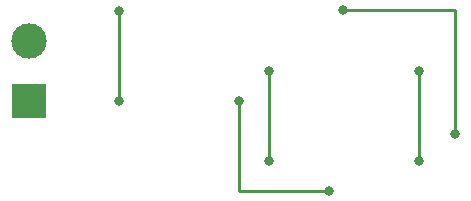
<source format=gbr>
%TF.GenerationSoftware,KiCad,Pcbnew,(6.0.10)*%
%TF.CreationDate,2023-02-17T09:21:36-08:00*%
%TF.ProjectId,Exercise2,45786572-6369-4736-9532-2e6b69636164,rev?*%
%TF.SameCoordinates,Original*%
%TF.FileFunction,Copper,L2,Bot*%
%TF.FilePolarity,Positive*%
%FSLAX46Y46*%
G04 Gerber Fmt 4.6, Leading zero omitted, Abs format (unit mm)*
G04 Created by KiCad (PCBNEW (6.0.10)) date 2023-02-17 09:21:36*
%MOMM*%
%LPD*%
G01*
G04 APERTURE LIST*
%TA.AperFunction,ComponentPad*%
%ADD10R,3.000000X3.000000*%
%TD*%
%TA.AperFunction,ComponentPad*%
%ADD11C,3.000000*%
%TD*%
%TA.AperFunction,ViaPad*%
%ADD12C,0.800000*%
%TD*%
%TA.AperFunction,Conductor*%
%ADD13C,0.254000*%
%TD*%
G04 APERTURE END LIST*
D10*
%TO.P,J1,1,Pin_1*%
%TO.N,+9V*%
X88900000Y-81280000D03*
D11*
%TO.P,J1,2,Pin_2*%
%TO.N,GND*%
X88900000Y-76200000D03*
%TD*%
D12*
%TO.N,/pin_2*%
X106680000Y-81280000D03*
X114300000Y-88900000D03*
%TO.N,GND*%
X109220000Y-78740000D03*
X109220000Y-86360000D03*
%TO.N,Net-(C2-Pad1)*%
X125000000Y-84000000D03*
X115500000Y-73500000D03*
%TO.N,+9V*%
X121920000Y-78740000D03*
X121920000Y-86360000D03*
%TO.N,/pin_3*%
X96520000Y-81280000D03*
X96520000Y-73660000D03*
%TD*%
D13*
%TO.N,/pin_2*%
X106680000Y-81280000D02*
X106680000Y-88900000D01*
X106680000Y-88900000D02*
X114300000Y-88900000D01*
%TO.N,GND*%
X109220000Y-86360000D02*
X109220000Y-78740000D01*
%TO.N,Net-(C2-Pad1)*%
X125000000Y-84000000D02*
X125000000Y-73500000D01*
X125000000Y-73500000D02*
X115500000Y-73500000D01*
%TO.N,+9V*%
X121920000Y-86360000D02*
X121920000Y-78740000D01*
%TO.N,/pin_3*%
X96520000Y-81280000D02*
X96520000Y-73660000D01*
%TD*%
M02*

</source>
